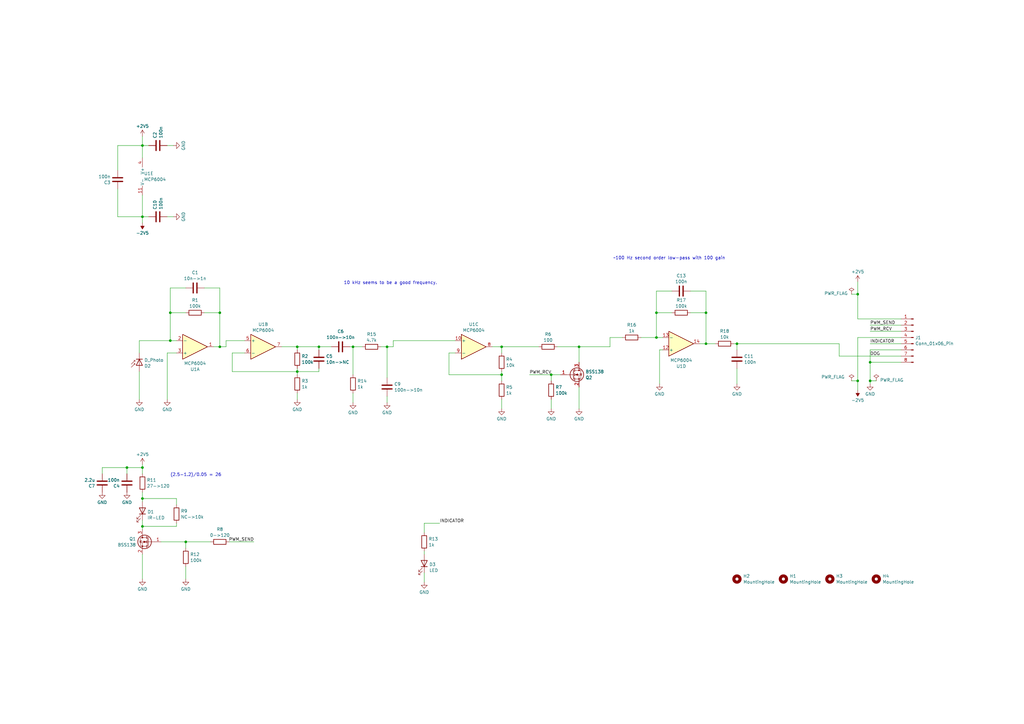
<source format=kicad_sch>
(kicad_sch (version 20230121) (generator eeschema)
  (paper "A3")
  (title_block (date "2023-10-19") (rev "A0"))
  (lib_symbols
    (symbol "Amplifier_Operational:MCP6004" (pin_names (offset 0.127))
      (property "Reference" "U" (at 0 5.08 0))
      (property "Value" "MCP6004" (at 0 -5.08 0))
      (symbol "MCP6004_1_1"
        (polyline (pts (xy -5.08 5.08) (xy 5.08 0) (xy -5.08 -5.08) (xy -5.08 5.08)) (stroke (width 0.254)) (fill (type background)))
        (pin output line (at 7.62 0 180) (length 2.54) (name "~") (number "1"))
        (pin input line (at -7.62 -2.54 0) (length 2.54) (name "-") (number "2"))
        (pin input line (at -7.62 2.54 0) (length 2.54) (name "+") (number "3"))
      )
      (symbol "MCP6004_2_1"
        (polyline (pts (xy -5.08 5.08) (xy 5.08 0) (xy -5.08 -5.08) (xy -5.08 5.08)) (stroke (width 0.254)) (fill (type background)))
        (pin input line (at -7.62 2.54 0) (length 2.54) (name "+") (number "5"))
        (pin input line (at -7.62 -2.54 0) (length 2.54) (name "-") (number "6"))
        (pin output line (at 7.62 0 180) (length 2.54) (name "~") (number "7"))
      )
      (symbol "MCP6004_3_1"
        (polyline (pts (xy -5.08 5.08) (xy 5.08 0) (xy -5.08 -5.08) (xy -5.08 5.08)) (stroke (width 0.254)) (fill (type background)))
        (pin input line (at -7.62 2.54 0) (length 2.54) (name "+") (number "10"))
        (pin output line (at 7.62 0 180) (length 2.54) (name "~") (number "8"))
        (pin input line (at -7.62 -2.54 0) (length 2.54) (name "-") (number "9"))
      )
      (symbol "MCP6004_4_1"
        (polyline (pts (xy -5.08 5.08) (xy 5.08 0) (xy -5.08 -5.08) (xy -5.08 5.08)) (stroke (width 0.254)) (fill (type background)))
        (pin input line (at -7.62 2.54 0) (length 2.54) (name "+") (number "12"))
        (pin input line (at -7.62 -2.54 0) (length 2.54) (name "-") (number "13"))
        (pin output line (at 7.62 0 180) (length 2.54) (name "~") (number "14"))
      )
      (symbol "MCP6004_5_1"
        (pin power_in line (at -2.54 -7.62 90) (length 3.81) (name "V-") (number "11"))
        (pin power_in line (at -2.54 7.62 270) (length 3.81) (name "V+") (number "4"))
      )
    )
    (symbol "Connector:Conn_01x08_Pin" (pin_names (offset 1.016) hide)
      (property "Reference" "J" (at 0 10.16 0))
      (property "Value" "Conn_01x08_Pin" (at 0 -12.7 0))
      (symbol "Conn_01x08_Pin_1_1"
        (polyline (pts (xy 1.27 -10.16) (xy 0.8636 -10.16)) (stroke (width 0.1524)))
        (polyline (pts (xy 1.27 -7.62) (xy 0.8636 -7.62)) (stroke (width 0.1524)))
        (polyline (pts (xy 1.27 -5.08) (xy 0.8636 -5.08)) (stroke (width 0.1524)))
        (polyline (pts (xy 1.27 -2.54) (xy 0.8636 -2.54)) (stroke (width 0.1524)))
        (polyline (pts (xy 1.27 0) (xy 0.8636 0)) (stroke (width 0.1524)))
        (polyline (pts (xy 1.27 2.54) (xy 0.8636 2.54)) (stroke (width 0.1524)))
        (polyline (pts (xy 1.27 5.08) (xy 0.8636 5.08)) (stroke (width 0.1524)))
        (polyline (pts (xy 1.27 7.62) (xy 0.8636 7.62)) (stroke (width 0.1524)))
        (rectangle (start 0.8636 -10.033) (end 0 -10.287) (stroke (width 0.1524)) (fill (type outline)))
        (rectangle (start 0.8636 -7.493) (end 0 -7.747) (stroke (width 0.1524)) (fill (type outline)))
        (rectangle (start 0.8636 -4.953) (end 0 -5.207) (stroke (width 0.1524)) (fill (type outline)))
        (rectangle (start 0.8636 -2.413) (end 0 -2.667) (stroke (width 0.1524)) (fill (type outline)))
        (rectangle (start 0.8636 0.127) (end 0 -0.127) (stroke (width 0.1524)) (fill (type outline)))
        (rectangle (start 0.8636 2.667) (end 0 2.413) (stroke (width 0.1524)) (fill (type outline)))
        (rectangle (start 0.8636 5.207) (end 0 4.953) (stroke (width 0.1524)) (fill (type outline)))
        (rectangle (start 0.8636 7.747) (end 0 7.493) (stroke (width 0.1524)) (fill (type outline)))
        (pin passive line (at 5.08 7.62 180) (length 3.81) (name "Pin_1") (number "1"))
        (pin passive line (at 5.08 5.08 180) (length 3.81) (name "Pin_2") (number "2"))
        (pin passive line (at 5.08 2.54 180) (length 3.81) (name "Pin_3") (number "3"))
        (pin passive line (at 5.08 0 180) (length 3.81) (name "Pin_4") (number "4"))
        (pin passive line (at 5.08 -2.54 180) (length 3.81) (name "Pin_5") (number "5"))
        (pin passive line (at 5.08 -5.08 180) (length 3.81) (name "Pin_6") (number "6"))
        (pin passive line (at 5.08 -7.62 180) (length 3.81) (name "Pin_7") (number "7"))
        (pin passive line (at 5.08 -10.16 180) (length 3.81) (name "Pin_8") (number "8"))
      )
    )
    (symbol "Device:C" (pin_numbers hide) (pin_names (offset 0.254))
      (property "Reference" "C" (at 0.635 2.54 0))
      (property "Value" "C" (at 0.635 -2.54 0))
      (symbol "C_0_1"
        (polyline (pts (xy -2.032 -0.762) (xy 2.032 -0.762)) (stroke (width 0.508)))
        (polyline (pts (xy -2.032 0.762) (xy 2.032 0.762)) (stroke (width 0.508)))
      )
      (symbol "C_1_1"
        (pin passive line (at 0 3.81 270) (length 2.794) (name "~") (number "1"))
        (pin passive line (at 0 -3.81 90) (length 2.794) (name "~") (number "2"))
      )
    )
    (symbol "Device:D_Photo" (pin_numbers hide) (pin_names hide)
      (property "Reference" "D" (at 0.508 1.778 0))
      (property "Value" "D_Photo" (at -1.016 -2.794 0))
      (symbol "D_Photo_0_1"
        (polyline (pts (xy -2.54 1.27) (xy -2.54 -1.27)) (stroke (width 0.254)))
        (polyline (pts (xy -2.032 1.778) (xy -1.524 1.778)))
        (polyline (pts (xy 0 0) (xy -2.54 0)))
        (polyline (pts (xy -0.508 3.302) (xy -2.032 1.778) (xy -2.032 2.286)))
        (polyline (pts (xy 0 -1.27) (xy 0 1.27) (xy -2.54 0) (xy 0 -1.27)) (stroke (width 0.254)))
        (polyline (pts (xy 0.762 3.302) (xy -0.762 1.778) (xy -0.762 2.286) (xy -0.762 1.778) (xy -0.254 1.778)))
      )
      (symbol "D_Photo_1_1"
        (pin passive line (at -5.08 0 0) (length 2.54) (name "K") (number "1"))
        (pin passive line (at 2.54 0 180) (length 2.54) (name "A") (number "2"))
      )
    )
    (symbol "Device:LED" (pin_numbers hide) (pin_names (offset 1.016) hide)
      (property "Reference" "D" (at 0 2.54 0))
      (property "Value" "LED" (at 0 -2.54 0))
      (symbol "LED_0_1"
        (polyline (pts (xy -1.27 -1.27) (xy -1.27 1.27)) (stroke (width 0.254)))
        (polyline (pts (xy -1.27 0) (xy 1.27 0)))
        (polyline (pts (xy 1.27 -1.27) (xy 1.27 1.27) (xy -1.27 0) (xy 1.27 -1.27)) (stroke (width 0.254)))
        (polyline (pts (xy -3.048 -0.762) (xy -4.572 -2.286) (xy -3.81 -2.286) (xy -4.572 -2.286) (xy -4.572 -1.524)))
        (polyline (pts (xy -1.778 -0.762) (xy -3.302 -2.286) (xy -2.54 -2.286) (xy -3.302 -2.286) (xy -3.302 -1.524)))
      )
      (symbol "LED_1_1"
        (pin passive line (at -3.81 0 0) (length 2.54) (name "K") (number "1"))
        (pin passive line (at 3.81 0 180) (length 2.54) (name "A") (number "2"))
      )
    )
    (symbol "Device:R" (pin_numbers hide) (pin_names (offset 0))
      (property "Reference" "R" (at 2.032 0 90))
      (property "Value" "R" (at 0 0 90))
      (symbol "R_0_1"
        (rectangle (start -1.016 -2.54) (end 1.016 2.54) (stroke (width 0.254)))
      )
      (symbol "R_1_1"
        (pin passive line (at 0 3.81 270) (length 1.27) (name "~") (number "1"))
        (pin passive line (at 0 -3.81 90) (length 1.27) (name "~") (number "2"))
      )
    )
    (symbol "Mechanical:MountingHole" (pin_names (offset 1.016))
      (property "Reference" "H" (at 0 5.08 0))
      (property "Value" "MountingHole" (at 0 3.175 0))
      (symbol "MountingHole_0_1"
        (circle (center 0 0) (radius 1.27) (stroke (width 1.27)))
      )
    )
    (symbol "Transistor_FET:BSS138" (pin_names hide)
      (property "Reference" "Q" (at 5.08 1.905 0))
      (property "Value" "BSS138" (at 5.08 0 0))
      (symbol "BSS138_0_1"
        (polyline (pts (xy 0.254 0) (xy -2.54 0)))
        (polyline (pts (xy 0.254 1.905) (xy 0.254 -1.905)) (stroke (width 0.254)))
        (polyline (pts (xy 0.762 -1.27) (xy 0.762 -2.286)) (stroke (width 0.254)))
        (polyline (pts (xy 0.762 0.508) (xy 0.762 -0.508)) (stroke (width 0.254)))
        (polyline (pts (xy 0.762 2.286) (xy 0.762 1.27)) (stroke (width 0.254)))
        (polyline (pts (xy 2.54 2.54) (xy 2.54 1.778)))
        (polyline (pts (xy 2.54 -2.54) (xy 2.54 0) (xy 0.762 0)))
        (polyline (pts (xy 0.762 -1.778) (xy 3.302 -1.778) (xy 3.302 1.778) (xy 0.762 1.778)))
        (polyline (pts (xy 1.016 0) (xy 2.032 0.381) (xy 2.032 -0.381) (xy 1.016 0)) (fill (type outline)))
        (polyline (pts (xy 2.794 0.508) (xy 2.921 0.381) (xy 3.683 0.381) (xy 3.81 0.254)))
        (polyline (pts (xy 3.302 0.381) (xy 2.921 -0.254) (xy 3.683 -0.254) (xy 3.302 0.381)))
        (circle (center 1.651 0) (radius 2.794) (stroke (width 0.254)))
        (circle (center 2.54 -1.778) (radius 0.254) (fill (type outline)))
        (circle (center 2.54 1.778) (radius 0.254) (fill (type outline)))
      )
      (symbol "BSS138_1_1"
        (pin input line (at -5.08 0 0) (length 2.54) (name "G") (number "1"))
        (pin passive line (at 2.54 -5.08 90) (length 2.54) (name "S") (number "2"))
        (pin passive line (at 2.54 5.08 270) (length 2.54) (name "D") (number "3"))
      )
    )
    (symbol "power:+2V5" (power) (pin_names (offset 0))
      (property "Value" "+2V5" (at 0 3.556 0))
      (symbol "+2V5_0_1"
        (polyline (pts (xy -0.762 1.27) (xy 0 2.54)))
        (polyline (pts (xy 0 0) (xy 0 2.54)))
        (polyline (pts (xy 0 2.54) (xy 0.762 1.27)))
      )
      (symbol "+2V5_1_1"
        (pin power_in line (at 0 0 90) (length 0) hide (name "+2V5") (number "1"))
      )
    )
    (symbol "power:-2V5" (power) (pin_names (offset 0))
      (property "Value" "-2V5" (at 0 3.81 0))
      (symbol "-2V5_0_0"
        (pin power_in line (at 0 0 90) (length 0) hide (name "-2V5") (number "1"))
      )
      (symbol "-2V5_0_1"
        (polyline (pts (xy 0 0) (xy 0 1.27) (xy 0.762 1.27) (xy 0 2.54) (xy -0.762 1.27) (xy 0 1.27)) (fill (type outline)))
      )
    )
    (symbol "power:GND" (power) (pin_names (offset 0))
      (property "Value" "GND" (at 0 -3.81 0))
      (symbol "GND_0_1"
        (polyline (pts (xy 0 0) (xy 0 -1.27) (xy 1.27 -1.27) (xy 0 -2.54) (xy -1.27 -1.27) (xy 0 -1.27)))
      )
      (symbol "GND_1_1"
        (pin power_in line (at 0 0 270) (length 0) hide (name "GND") (number "1"))
      )
    )
    (symbol "power:PWR_FLAG" (power) (pin_numbers hide) (pin_names (offset 0) hide)
      (property "Value" "PWR_FLAG" (at 0 3.81 0))
      (symbol "PWR_FLAG_0_0"
        (pin power_out line (at 0 0 90) (length 0) (name "pwr") (number "1"))
      )
      (symbol "PWR_FLAG_0_1"
        (polyline (pts (xy 0 0) (xy 0 1.27) (xy -1.016 1.905) (xy 0 2.54) (xy 1.016 1.905) (xy 0 1.27)))
      )
    )
  )
  (junction (at 90.17 128.27))
  (junction (at 226.06 153.67))
  (junction (at 302.26 140.97))
  (junction (at 58.42 88.9))
  (junction (at 69.85 139.7))
  (junction (at 52.07 191.77))
  (junction (at 58.42 59.69))
  (junction (at 237.49 142.24))
  (junction (at 130.81 142.24))
  (junction (at 205.74 153.67))
  (junction (at 351.79 156.21))
  (junction (at 90.17 142.24))
  (junction (at 121.92 152.4))
  (junction (at 356.87 156.21))
  (junction (at 58.42 215.9))
  (junction (at 289.56 128.27))
  (junction (at 58.42 204.47))
  (junction (at 351.79 120.65))
  (junction (at 69.85 128.27))
  (junction (at 144.78 142.24))
  (junction (at 205.74 142.24))
  (junction (at 269.24 138.43))
  (junction (at 356.87 148.59))
  (junction (at 158.75 142.24))
  (junction (at 121.92 142.24))
  (junction (at 269.24 128.27))
  (junction (at 58.42 191.77))
  (junction (at 289.56 140.97))
  (junction (at 76.2 222.25))
  (wire (pts (xy 344.17 140.97) (xy 344.17 146.05)))
  (wire (pts (xy 58.42 205.74) (xy 58.42 204.47)))
  (wire (pts (xy 92.71 139.7) (xy 100.33 139.7)))
  (wire (pts (xy 237.49 158.75) (xy 237.49 167.64)))
  (wire (pts (xy 58.42 55.88) (xy 58.42 59.69)))
  (wire (pts (xy 68.58 59.69) (xy 71.12 59.69)))
  (wire (pts (xy 90.17 128.27) (xy 90.17 142.24)))
  (wire (pts (xy 83.82 128.27) (xy 90.17 128.27)))
  (wire (pts (xy 158.75 162.56) (xy 158.75 165.1)))
  (wire (pts (xy 205.74 153.67) (xy 205.74 156.21)))
  (wire (pts (xy 205.74 142.24) (xy 220.98 142.24)))
  (wire (pts (xy 186.69 144.78) (xy 184.15 144.78)))
  (wire (pts (xy 349.25 120.65) (xy 351.79 120.65)))
  (wire (pts (xy 289.56 119.38) (xy 289.56 128.27)))
  (wire (pts (xy 95.25 152.4) (xy 121.92 152.4)))
  (wire (pts (xy 369.57 143.51) (xy 356.87 143.51)))
  (wire (pts (xy 69.85 139.7) (xy 69.85 128.27)))
  (wire (pts (xy 173.99 226.06) (xy 173.99 227.33)))
  (wire (pts (xy 121.92 151.13) (xy 121.92 152.4)))
  (wire (pts (xy 250.19 142.24) (xy 250.19 138.43)))
  (wire (pts (xy 158.75 142.24) (xy 158.75 154.94)))
  (wire (pts (xy 161.29 139.7) (xy 161.29 142.24)))
  (wire (pts (xy 76.2 222.25) (xy 76.2 224.79)))
  (wire (pts (xy 90.17 142.24) (xy 87.63 142.24)))
  (wire (pts (xy 130.81 142.24) (xy 130.81 143.51)))
  (wire (pts (xy 58.42 59.69) (xy 60.96 59.69)))
  (wire (pts (xy 72.39 204.47) (xy 72.39 207.01)))
  (wire (pts (xy 57.15 144.78) (xy 57.15 139.7)))
  (wire (pts (xy 226.06 163.83) (xy 226.06 167.64)))
  (wire (pts (xy 269.24 138.43) (xy 271.78 138.43)))
  (wire (pts (xy 369.57 146.05) (xy 344.17 146.05)))
  (wire (pts (xy 69.85 128.27) (xy 76.2 128.27)))
  (wire (pts (xy 237.49 142.24) (xy 237.49 148.59)))
  (wire (pts (xy 148.59 142.24) (xy 144.78 142.24)))
  (wire (pts (xy 201.93 142.24) (xy 205.74 142.24)))
  (wire (pts (xy 289.56 128.27) (xy 289.56 140.97)))
  (wire (pts (xy 226.06 153.67) (xy 229.87 153.67)))
  (wire (pts (xy 351.79 138.43) (xy 369.57 138.43)))
  (wire (pts (xy 58.42 227.33) (xy 58.42 237.49)))
  (wire (pts (xy 57.15 139.7) (xy 69.85 139.7)))
  (wire (pts (xy 351.79 115.57) (xy 351.79 120.65)))
  (wire (pts (xy 66.04 222.25) (xy 76.2 222.25)))
  (wire (pts (xy 121.92 163.83) (xy 121.92 161.29)))
  (wire (pts (xy 173.99 234.95) (xy 173.99 238.76)))
  (wire (pts (xy 90.17 118.11) (xy 90.17 128.27)))
  (wire (pts (xy 228.6 142.24) (xy 237.49 142.24)))
  (wire (pts (xy 289.56 140.97) (xy 287.02 140.97)))
  (wire (pts (xy 68.58 88.9) (xy 71.12 88.9)))
  (wire (pts (xy 351.79 138.43) (xy 351.79 156.21)))
  (wire (pts (xy 57.15 152.4) (xy 57.15 163.83)))
  (wire (pts (xy 90.17 142.24) (xy 92.71 142.24)))
  (wire (pts (xy 269.24 128.27) (xy 269.24 138.43)))
  (wire (pts (xy 121.92 152.4) (xy 130.81 152.4)))
  (wire (pts (xy 52.07 191.77) (xy 41.91 191.77)))
  (wire (pts (xy 121.92 142.24) (xy 130.81 142.24)))
  (wire (pts (xy 121.92 142.24) (xy 121.92 143.51)))
  (wire (pts (xy 269.24 128.27) (xy 275.59 128.27)))
  (wire (pts (xy 41.91 191.77) (xy 41.91 194.31)))
  (wire (pts (xy 262.89 138.43) (xy 269.24 138.43)))
  (wire (pts (xy 48.26 59.69) (xy 48.26 69.85)))
  (wire (pts (xy 58.42 59.69) (xy 58.42 64.77)))
  (wire (pts (xy 356.87 143.51) (xy 356.87 148.59)))
  (wire (pts (xy 48.26 77.47) (xy 48.26 88.9)))
  (wire (pts (xy 351.79 156.21) (xy 351.79 160.02)))
  (wire (pts (xy 95.25 144.78) (xy 95.25 152.4)))
  (wire (pts (xy 271.78 143.51) (xy 270.51 143.51)))
  (wire (pts (xy 76.2 232.41) (xy 76.2 237.49)))
  (wire (pts (xy 161.29 139.7) (xy 186.69 139.7)))
  (wire (pts (xy 205.74 142.24) (xy 205.74 144.78)))
  (wire (pts (xy 270.51 143.51) (xy 270.51 157.48)))
  (wire (pts (xy 48.26 88.9) (xy 58.42 88.9)))
  (wire (pts (xy 144.78 161.29) (xy 144.78 165.1)))
  (wire (pts (xy 283.21 128.27) (xy 289.56 128.27)))
  (wire (pts (xy 205.74 163.83) (xy 205.74 167.64)))
  (wire (pts (xy 356.87 156.21) (xy 356.87 148.59)))
  (wire (pts (xy 269.24 119.38) (xy 269.24 128.27)))
  (wire (pts (xy 158.75 142.24) (xy 161.29 142.24)))
  (wire (pts (xy 58.42 91.44) (xy 58.42 88.9)))
  (wire (pts (xy 58.42 191.77) (xy 58.42 194.31)))
  (wire (pts (xy 302.26 140.97) (xy 344.17 140.97)))
  (wire (pts (xy 143.51 142.24) (xy 144.78 142.24)))
  (wire (pts (xy 58.42 215.9) (xy 58.42 217.17)))
  (wire (pts (xy 72.39 215.9) (xy 72.39 214.63)))
  (wire (pts (xy 349.25 156.21) (xy 351.79 156.21)))
  (wire (pts (xy 351.79 120.65) (xy 351.79 130.81)))
  (wire (pts (xy 58.42 215.9) (xy 72.39 215.9)))
  (wire (pts (xy 205.74 152.4) (xy 205.74 153.67)))
  (wire (pts (xy 356.87 157.48) (xy 356.87 156.21)))
  (wire (pts (xy 226.06 153.67) (xy 226.06 156.21)))
  (wire (pts (xy 52.07 194.31) (xy 52.07 191.77)))
  (wire (pts (xy 356.87 135.89) (xy 369.57 135.89)))
  (wire (pts (xy 68.58 144.78) (xy 68.58 163.83)))
  (wire (pts (xy 72.39 144.78) (xy 68.58 144.78)))
  (wire (pts (xy 144.78 142.24) (xy 144.78 153.67)))
  (wire (pts (xy 130.81 151.13) (xy 130.81 152.4)))
  (wire (pts (xy 269.24 119.38) (xy 275.59 119.38)))
  (wire (pts (xy 250.19 138.43) (xy 255.27 138.43)))
  (wire (pts (xy 69.85 118.11) (xy 76.2 118.11)))
  (wire (pts (xy 156.21 142.24) (xy 158.75 142.24)))
  (wire (pts (xy 52.07 191.77) (xy 58.42 191.77)))
  (wire (pts (xy 58.42 204.47) (xy 72.39 204.47)))
  (wire (pts (xy 302.26 140.97) (xy 302.26 143.51)))
  (wire (pts (xy 289.56 140.97) (xy 293.37 140.97)))
  (wire (pts (xy 60.96 88.9) (xy 58.42 88.9)))
  (wire (pts (xy 184.15 144.78) (xy 184.15 153.67)))
  (wire (pts (xy 69.85 139.7) (xy 72.39 139.7)))
  (wire (pts (xy 180.34 214.63) (xy 173.99 214.63)))
  (wire (pts (xy 356.87 140.97) (xy 369.57 140.97)))
  (wire (pts (xy 100.33 144.78) (xy 95.25 144.78)))
  (wire (pts (xy 300.99 140.97) (xy 302.26 140.97)))
  (wire (pts (xy 369.57 133.35) (xy 356.87 133.35)))
  (wire (pts (xy 76.2 222.25) (xy 86.36 222.25)))
  (wire (pts (xy 173.99 214.63) (xy 173.99 218.44)))
  (wire (pts (xy 58.42 88.9) (xy 58.42 80.01)))
  (wire (pts (xy 69.85 128.27) (xy 69.85 118.11)))
  (wire (pts (xy 92.71 139.7) (xy 92.71 142.24)))
  (wire (pts (xy 58.42 213.36) (xy 58.42 215.9)))
  (wire (pts (xy 356.87 148.59) (xy 369.57 148.59)))
  (wire (pts (xy 93.98 222.25) (xy 104.14 222.25)))
  (wire (pts (xy 369.57 130.81) (xy 351.79 130.81)))
  (wire (pts (xy 250.19 142.24) (xy 237.49 142.24)))
  (wire (pts (xy 184.15 153.67) (xy 205.74 153.67)))
  (wire (pts (xy 58.42 59.69) (xy 48.26 59.69)))
  (wire (pts (xy 121.92 152.4) (xy 121.92 153.67)))
  (wire (pts (xy 283.21 119.38) (xy 289.56 119.38)))
  (wire (pts (xy 58.42 190.5) (xy 58.42 191.77)))
  (wire (pts (xy 217.17 153.67) (xy 226.06 153.67)))
  (wire (pts (xy 302.26 151.13) (xy 302.26 157.48)))
  (wire (pts (xy 356.87 156.21) (xy 359.41 156.21)))
  (wire (pts (xy 130.81 142.24) (xy 135.89 142.24)))
  (wire (pts (xy 58.42 204.47) (xy 58.42 201.93)))
  (wire (pts (xy 115.57 142.24) (xy 121.92 142.24)))
  (wire (pts (xy 83.82 118.11) (xy 90.17 118.11)))
  (text "(2.5-1.2)/0.05 = 26" (at 69.85 195.58 0) (effects (font (size 1.27 1.27)) (justify left bottom)))
  (text "10 kHz seems to be a good frequency. \n" (at 140.97 116.84 0) (effects (font (size 1.27 1.27)) (justify left bottom)))
  (text "~100 Hz second order low-pass with 100 gain" (at 251.46 106.68 0) (effects (font (size 1.27 1.27)) (justify left bottom)))
  (label "PWM_RCV" (at 217.17 153.67 0))
  (label "INDICATOR" (at 356.87 140.97 0))
  (label "PWM_SEND" (at 104.14 222.25 180))
  (label "INDICATOR" (at 180.34 214.63 0))
  (label "DOG" (at 356.87 146.05 0))
  (label "PWM_RCV" (at 356.87 135.89 0))
  (label "PWM_SEND" (at 356.87 133.35 0))
  (symbol (lib_id "Connector:Conn_01x08_Pin") (at 374.65 138.43 0) (mirror y) (unit 1)
    (property "Reference" "J1" (at 375.3612 138.4879 0) (effects (justify right)))
    (property "Value" "Conn_01x06_Pin" (at 375.3612 140.9121 0) (effects (justify right)))
    (property "Footprint" "Connector_JST:JST_SUR_BM08B-SURS-TF_1x08-1MP_P0.80mm_Vertical" (effects hide))
    (property "MPN" "BM08B-SURS-TF(LF)(SN)" (effects hide))
    (property "SPN" "C5143489" (effects hide))
  )
  (symbol (lib_id "Device:R") (at 58.42 198.12 180) (unit 1)
    (property "Reference" "R11" (at 60.198 196.9079 0) (effects (justify right)))
    (property "Value" "27->120" (at 60.198 199.3321 0) (effects (justify right)))
    (property "Footprint" "Resistor_SMD:R_0402_1005Metric" (effects hide))
    (property "MPN" "RC0402JR-0727RL" (effects hide))
    (property "SPN" "C137890" (effects hide))
  )
  (symbol (lib_id "power:GND") (at 121.92 163.83 0) (mirror y) (unit 1)
    (property "Reference" "#PWR03" (effects hide))
    (property "Value" "GND" (at 121.92 167.9631 0))
  )
  (symbol (lib_id "power:+2V5") (at 351.79 115.57 0) (unit 1)
    (property "Reference" "#PWR010" (effects hide))
    (property "Value" "+2V5" (at 351.79 111.4369 0))
  )
  (symbol (lib_id "power:GND") (at 270.51 157.48 0) (unit 1)
    (property "Reference" "#PWR025" (effects hide))
    (property "Value" "GND" (at 270.51 161.6131 0))
  )
  (symbol (lib_id "Amplifier_Operational:MCP6004") (at 60.96 72.39 0) (unit 5)
    (property "Reference" "U1" (at 59.055 71.1779 0) (effects (justify left)))
    (property "Value" "MCP6004" (at 59.055 73.6021 0) (effects (justify left)))
    (property "Footprint" "Package_SO:SOIC-14_3.9x8.7mm_P1.27mm" (effects hide))
    (property "Datasheet" "http://ww1.microchip.com/downloads/en/DeviceDoc/21733j.pdf" (effects hide))
    (property "MPN" "MCP6004T-I/SL" (effects hide))
    (property "SPN" "C7378" (effects hide))
  )
  (symbol (lib_id "power:+2V5") (at 58.42 55.88 0) (unit 1)
    (property "Reference" "#PWR05" (effects hide))
    (property "Value" "+2V5" (at 58.42 51.7469 0))
  )
  (symbol (lib_id "Transistor_FET:BSS138") (at 60.96 222.25 0) (mirror y) (unit 1)
    (property "Reference" "Q1" (at 55.7531 221.0379 0) (effects (justify left)))
    (property "Value" "BSS138" (at 55.7531 223.4621 0) (effects (justify left)))
    (property "Footprint" "Package_TO_SOT_SMD:SOT-23" (effects hide))
    (property "Datasheet" "https://www.onsemi.com/pub/Collateral/BSS138-D.PDF" (effects hide))
    (property "MPN" "4530-BSS138CT-ND" (effects hide))
    (property "SPN" "C112239" (effects hide))
  )
  (symbol (lib_id "Device:C") (at 41.91 198.12 0) (unit 1)
    (property "Reference" "C7" (at 38.989 199.3321 0) (effects (justify right)))
    (property "Value" "2.2u" (at 38.989 196.9079 0) (effects (justify right)))
    (property "Footprint" "Capacitor_SMD:C_0402_1005Metric" (effects hide))
    (property "MPN" "CL05A225MQ5NSNC" (effects hide))
    (property "SPN" "C12530" (effects hide))
  )
  (symbol (lib_id "Device:R") (at 121.92 157.48 180) (unit 1)
    (property "Reference" "R3" (at 123.698 156.2679 0) (effects (justify right)))
    (property "Value" "1k" (at 123.698 158.6921 0) (effects (justify right)))
    (property "Footprint" "Resistor_SMD:R_0402_1005Metric" (effects hide))
    (property "MPN" "RC0402FR-071KL" (effects hide))
    (property "SPN" "C2935237" (effects hide))
  )
  (symbol (lib_id "Mechanical:MountingHole") (at 302.26 237.49 0) (unit 1)
    (property "Reference" "H2" (at 304.8 236.2779 0) (effects (justify left)))
    (property "Value" "MountingHole" (at 304.8 238.7021 0) (effects (justify left)))
    (property "Footprint" "MountingHole:MountingHole_2.5mm" (effects hide))
  )
  (symbol (lib_id "power:GND") (at 52.07 201.93 0) (unit 1)
    (property "Reference" "#PWR016" (effects hide))
    (property "Value" "GND" (at 52.07 206.0631 0))
  )
  (symbol (lib_id "Device:C") (at 64.77 88.9 270) (unit 1)
    (property "Reference" "C10" (at 63.5579 85.979 0) (effects (justify right)))
    (property "Value" "100n" (at 65.9821 85.979 0) (effects (justify right)))
    (property "Footprint" "Capacitor_SMD:C_0402_1005Metric" (effects hide))
    (property "MPN" "CC0402KRX5R9BB104" (effects hide))
    (property "SPN" "C105882" (effects hide))
  )
  (symbol (lib_id "Device:C") (at 279.4 119.38 270) (unit 1)
    (property "Reference" "C13" (at 279.4 113.0767 90))
    (property "Value" "100n" (at 279.4 115.5009 90))
    (property "Footprint" "Capacitor_SMD:C_0402_1005Metric" (effects hide))
    (property "MPN" "CC0402KRX5R9BB104" (effects hide))
    (property "SPN" "C105882" (effects hide))
  )
  (symbol (lib_id "power:+2V5") (at 58.42 190.5 0) (unit 1)
    (property "Reference" "#PWR09" (effects hide))
    (property "Value" "+2V5" (at 58.42 186.3669 0))
  )
  (symbol (lib_id "Amplifier_Operational:MCP6004") (at 80.01 142.24 0) (mirror x) (unit 1)
    (property "Reference" "U1" (at 80.01 151.4643 0))
    (property "Value" "MCP6004" (at 80.01 149.0401 0))
    (property "Footprint" "Package_SO:SOIC-14_3.9x8.7mm_P1.27mm" (effects hide))
    (property "Datasheet" "http://ww1.microchip.com/downloads/en/DeviceDoc/21733j.pdf" (effects hide))
    (property "MPN" "MCP6004T-I/SL" (effects hide))
    (property "SPN" "C7378" (effects hide))
  )
  (symbol (lib_id "Device:C") (at 302.26 147.32 0) (unit 1)
    (property "Reference" "C11" (at 305.181 146.1079 0) (effects (justify left)))
    (property "Value" "100n" (at 305.181 148.5321 0) (effects (justify left)))
    (property "Footprint" "Capacitor_SMD:C_0402_1005Metric" (effects hide))
    (property "MPN" "CC0402KRX5R9BB104" (effects hide))
    (property "SPN" "C105882" (effects hide))
  )
  (symbol (lib_id "Device:C") (at 158.75 158.75 0) (unit 1)
    (property "Reference" "C9" (at 161.671 157.5379 0) (effects (justify left)))
    (property "Value" "100n->10n" (at 161.671 159.9621 0) (effects (justify left)))
    (property "Footprint" "Capacitor_SMD:C_0402_1005Metric" (effects hide))
    (property "MPN" "CC0402KRX5R9BB104" (effects hide))
    (property "SPN" "C105882" (effects hide))
  )
  (symbol (lib_id "Device:R") (at 259.08 138.43 270) (unit 1)
    (property "Reference" "R16" (at 259.08 133.2697 90))
    (property "Value" "1k" (at 259.08 135.6939 90))
    (property "Footprint" "Resistor_SMD:R_0402_1005Metric" (effects hide))
    (property "MPN" "RC0402FR-071KL" (effects hide))
    (property "SPN" "C2935237" (effects hide))
  )
  (symbol (lib_id "power:GND") (at 71.12 88.9 90) (unit 1)
    (property "Reference" "#PWR06" (effects hide))
    (property "Value" "GND" (at 75.2531 88.9 0))
  )
  (symbol (lib_id "Device:C") (at 52.07 198.12 0) (unit 1)
    (property "Reference" "C4" (at 49.149 199.3321 0) (effects (justify right)))
    (property "Value" "100n" (at 49.149 196.9079 0) (effects (justify right)))
    (property "Footprint" "Capacitor_SMD:C_0402_1005Metric" (effects hide))
    (property "MPN" "CC0402KRX5R9BB104" (effects hide))
    (property "SPN" "C105882" (effects hide))
  )
  (symbol (lib_id "Device:R") (at 152.4 142.24 90) (unit 1)
    (property "Reference" "R15" (at 152.4 137.0797 90))
    (property "Value" "4.7k" (at 152.4 139.5039 90))
    (property "Footprint" "Resistor_SMD:R_0402_1005Metric" (effects hide))
    (property "MPN" "RC0402FR-074K7L" (effects hide))
    (property "SPN" "C105871" (effects hide))
  )
  (symbol (lib_id "Device:R") (at 72.39 210.82 180) (unit 1)
    (property "Reference" "R9" (at 74.168 209.6079 0) (effects (justify right)))
    (property "Value" "NC->10k" (at 74.168 212.0321 0) (effects (justify right)))
    (property "Footprint" "Resistor_SMD:R_0402_1005Metric" (effects hide))
    (property "MPN" "RC0402FR-07100KL" (effects hide))
    (property "SPN" "C60491" (effects hide))
  )
  (symbol (lib_id "Device:R") (at 297.18 140.97 270) (unit 1)
    (property "Reference" "R18" (at 297.18 135.8097 90))
    (property "Value" "10k" (at 297.18 138.2339 90))
    (property "Footprint" "Resistor_SMD:R_0402_1005Metric" (effects hide))
    (property "MPN" "RC0402FR-0710KL" (effects hide))
    (property "SPN" "C60490" (effects hide))
  )
  (symbol (lib_id "power:GND") (at 237.49 167.64 0) (unit 1)
    (property "Reference" "#PWR08" (effects hide))
    (property "Value" "GND" (at 237.49 171.7731 0))
  )
  (symbol (lib_id "power:PWR_FLAG") (at 349.25 156.21 0) (unit 1)
    (property "Reference" "#FLG02" (effects hide))
    (property "Value" "PWR_FLAG" (at 341.63 154.6169 0))
  )
  (symbol (lib_id "Device:LED") (at 58.42 209.55 270) (mirror x) (unit 1)
    (property "Reference" "D1" (at 60.452 209.9254 90) (effects (justify left)))
    (property "Value" "IR-LED" (at 60.452 212.3496 90) (effects (justify left)))
    (property "Footprint" "LED_SMD:LED_1210_3225Metric" (effects hide))
    (property "MPN" "VSLY5940" (effects hide))
  )
  (symbol (lib_id "power:GND") (at 144.78 165.1 0) (mirror y) (unit 1)
    (property "Reference" "#PWR014" (effects hide))
    (property "Value" "GND" (at 144.78 169.2331 0))
  )
  (symbol (lib_id "Device:R") (at 90.17 222.25 270) (unit 1)
    (property "Reference" "R8" (at 90.17 217.0897 90))
    (property "Value" "0->120" (at 90.17 219.5139 90))
    (property "Footprint" "Resistor_SMD:R_0402_1005Metric" (effects hide))
    (property "MPN" "RC0402JR-0727RL" (effects hide))
    (property "SPN" "C137890" (effects hide))
  )
  (symbol (lib_id "Amplifier_Operational:MCP6004") (at 279.4 140.97 0) (mirror x) (unit 4)
    (property "Reference" "U1" (at 279.4 150.1943 0))
    (property "Value" "MCP6004" (at 279.4 147.7701 0))
    (property "Footprint" "Package_SO:SOIC-14_3.9x8.7mm_P1.27mm" (effects hide))
    (property "Datasheet" "http://ww1.microchip.com/downloads/en/DeviceDoc/21733j.pdf" (effects hide))
    (property "MPN" "MCP6004T-I/SL" (effects hide))
    (property "SPN" "C7378" (effects hide))
  )
  (symbol (lib_id "Transistor_FET:BSS138") (at 234.95 153.67 0) (unit 1)
    (property "Reference" "Q2" (at 240.157 154.8821 0) (effects (justify left)))
    (property "Value" "BSS138" (at 240.157 152.4579 0) (effects (justify left)))
    (property "Footprint" "Package_TO_SOT_SMD:SOT-23" (effects hide))
    (property "Datasheet" "https://www.onsemi.com/pub/Collateral/BSS138-D.PDF" (effects hide))
    (property "MPN" "4530-BSS138CT-ND" (effects hide))
    (property "SPN" "C112239" (effects hide))
  )
  (symbol (lib_id "Device:R") (at 80.01 128.27 90) (unit 1)
    (property "Reference" "R1" (at 80.01 123.1097 90))
    (property "Value" "100k" (at 80.01 125.5339 90))
    (property "Footprint" "Resistor_SMD:R_0402_1005Metric" (effects hide))
    (property "MPN" "RC0402FR-07100KL" (effects hide))
    (property "SPN" "C60491" (effects hide))
  )
  (symbol (lib_id "Amplifier_Operational:MCP6004") (at 194.31 142.24 0) (unit 3)
    (property "Reference" "U1" (at 194.31 133.0157 0))
    (property "Value" "MCP6004" (at 194.31 135.4399 0))
    (property "Footprint" "Package_SO:SOIC-14_3.9x8.7mm_P1.27mm" (effects hide))
    (property "Datasheet" "http://ww1.microchip.com/downloads/en/DeviceDoc/21733j.pdf" (effects hide))
    (property "MPN" "MCP6004T-I/SL" (effects hide))
    (property "SPN" "C7378" (effects hide))
  )
  (symbol (lib_id "Device:R") (at 224.79 142.24 270) (unit 1)
    (property "Reference" "R6" (at 224.79 137.0797 90))
    (property "Value" "100" (at 224.79 139.5039 90))
    (property "Footprint" "Resistor_SMD:R_0402_1005Metric" (effects hide))
    (property "MPN" "RC0402FR-07100RL" (effects hide))
    (property "SPN" "C106232" (effects hide))
  )
  (symbol (lib_id "Device:C") (at 64.77 59.69 270) (unit 1)
    (property "Reference" "C2" (at 63.5579 56.769 0) (effects (justify right)))
    (property "Value" "100n" (at 65.9821 56.769 0) (effects (justify right)))
    (property "Footprint" "Capacitor_SMD:C_0402_1005Metric" (effects hide))
    (property "MPN" "CC0402KRX5R9BB104" (effects hide))
    (property "SPN" "C105882" (effects hide))
  )
  (symbol (lib_id "Device:R") (at 144.78 157.48 0) (unit 1)
    (property "Reference" "R14" (at 146.558 156.2679 0) (effects (justify left)))
    (property "Value" "1k" (at 146.558 158.6921 0) (effects (justify left)))
    (property "Footprint" "Resistor_SMD:R_0402_1005Metric" (effects hide))
    (property "MPN" "RC0402FR-071KL" (effects hide))
    (property "SPN" "C2935237" (effects hide))
  )
  (symbol (lib_id "Device:C") (at 130.81 147.32 180) (unit 1)
    (property "Reference" "C5" (at 133.731 146.1079 0) (effects (justify right)))
    (property "Value" "10n->NC" (at 133.731 148.5321 0) (effects (justify right)))
    (property "Footprint" "Capacitor_SMD:C_0402_1005Metric" (effects hide))
    (property "MPN" "CC0402KRX7R9BB103" (effects hide))
    (property "SPN" "C60133" (effects hide))
  )
  (symbol (lib_id "power:GND") (at 226.06 167.64 0) (unit 1)
    (property "Reference" "#PWR012" (effects hide))
    (property "Value" "GND" (at 226.06 171.7731 0))
  )
  (symbol (lib_id "power:GND") (at 68.58 163.83 0) (unit 1)
    (property "Reference" "#PWR02" (effects hide))
    (property "Value" "GND" (at 68.58 167.9631 0))
  )
  (symbol (lib_id "Mechanical:MountingHole") (at 321.31 237.49 0) (unit 1)
    (property "Reference" "H1" (at 323.85 236.2779 0) (effects (justify left)))
    (property "Value" "MountingHole" (at 323.85 238.7021 0) (effects (justify left)))
    (property "Footprint" "MountingHole:MountingHole_2.5mm" (effects hide))
  )
  (symbol (lib_id "power:PWR_FLAG") (at 359.41 156.21 0) (unit 1)
    (property "Reference" "#FLG01" (effects hide))
    (property "Value" "PWR_FLAG" (at 365.76 155.8869 0))
  )
  (symbol (lib_id "Device:R") (at 173.99 222.25 180) (unit 1)
    (property "Reference" "R13" (at 175.768 221.0379 0) (effects (justify right)))
    (property "Value" "1k" (at 175.768 223.4621 0) (effects (justify right)))
    (property "Footprint" "Resistor_SMD:R_0402_1005Metric" (effects hide))
    (property "MPN" "RC0402FR-071KL" (effects hide))
    (property "SPN" "C2935237" (effects hide))
  )
  (symbol (lib_id "Device:R") (at 279.4 128.27 270) (unit 1)
    (property "Reference" "R17" (at 279.4 123.1097 90))
    (property "Value" "100k" (at 279.4 125.5339 90))
    (property "Footprint" "Resistor_SMD:R_0402_1005Metric" (effects hide))
    (property "MPN" "RC0402FR-07100KL" (effects hide))
    (property "SPN" "C60491" (effects hide))
  )
  (symbol (lib_id "Amplifier_Operational:MCP6004") (at 107.95 142.24 0) (unit 2)
    (property "Reference" "U1" (at 107.95 133.0157 0))
    (property "Value" "MCP6004" (at 107.95 135.4399 0))
    (property "Footprint" "Package_SO:SOIC-14_3.9x8.7mm_P1.27mm" (effects hide))
    (property "Datasheet" "http://ww1.microchip.com/downloads/en/DeviceDoc/21733j.pdf" (effects hide))
    (property "MPN" "MCP6004T-I/SL" (effects hide))
    (property "SPN" "C7378" (effects hide))
  )
  (symbol (lib_id "power:GND") (at 71.12 59.69 90) (unit 1)
    (property "Reference" "#PWR07" (effects hide))
    (property "Value" "GND" (at 75.2531 59.69 0))
  )
  (symbol (lib_id "power:GND") (at 58.42 237.49 0) (unit 1)
    (property "Reference" "#PWR018" (effects hide))
    (property "Value" "GND" (at 58.42 241.6231 0))
  )
  (symbol (lib_id "Device:C") (at 80.01 118.11 90) (unit 1)
    (property "Reference" "C1" (at 80.01 111.8067 90))
    (property "Value" "10n->1n" (at 80.01 114.2309 90))
    (property "Footprint" "Capacitor_SMD:C_0402_1005Metric" (effects hide))
    (property "MPN" "CC0402KRX7R9BB103" (effects hide))
    (property "SPN" "C60133" (effects hide))
  )
  (symbol (lib_id "power:GND") (at 76.2 237.49 0) (unit 1)
    (property "Reference" "#PWR020" (effects hide))
    (property "Value" "GND" (at 76.2 241.6231 0))
  )
  (symbol (lib_id "power:-2V5") (at 351.79 160.02 180) (unit 1)
    (property "Reference" "#PWR011" (effects hide))
    (property "Value" "-2V5" (at 351.79 164.1531 0))
  )
  (symbol (lib_id "power:GND") (at 205.74 167.64 0) (mirror y) (unit 1)
    (property "Reference" "#PWR04" (effects hide))
    (property "Value" "GND" (at 205.74 171.7731 0))
  )
  (symbol (lib_id "power:GND") (at 356.87 157.48 0) (unit 1)
    (property "Reference" "#PWR015" (effects hide))
    (property "Value" "GND" (at 356.87 161.6131 0))
  )
  (symbol (lib_id "Device:R") (at 205.74 160.02 0) (unit 1)
    (property "Reference" "R5" (at 207.518 158.8079 0) (effects (justify left)))
    (property "Value" "1k" (at 207.518 161.2321 0) (effects (justify left)))
    (property "Footprint" "Resistor_SMD:R_0402_1005Metric" (effects hide))
    (property "MPN" "RC0402FR-071KL" (effects hide))
    (property "SPN" "C2935237" (effects hide))
  )
  (symbol (lib_id "Device:C") (at 48.26 73.66 0) (unit 1)
    (property "Reference" "C3" (at 45.339 74.8721 0) (effects (justify right)))
    (property "Value" "100n" (at 45.339 72.4479 0) (effects (justify right)))
    (property "Footprint" "Capacitor_SMD:C_0402_1005Metric" (effects hide))
    (property "MPN" "CC0402KRX5R9BB104" (effects hide))
    (property "SPN" "C105882" (effects hide))
  )
  (symbol (lib_id "power:GND") (at 57.15 163.83 0) (unit 1)
    (property "Reference" "#PWR01" (effects hide))
    (property "Value" "GND" (at 57.15 167.9631 0))
  )
  (symbol (lib_id "Device:C") (at 139.7 142.24 270) (unit 1)
    (property "Reference" "C6" (at 139.7 135.9367 90))
    (property "Value" "100n->10n" (at 139.7 138.3609 90))
    (property "Footprint" "Capacitor_SMD:C_0402_1005Metric" (effects hide))
    (property "MPN" "CC0402KRX5R9BB104" (effects hide))
    (property "SPN" "C105882" (effects hide))
  )
  (symbol (lib_id "Device:D_Photo") (at 57.15 149.86 90) (mirror x) (unit 1)
    (property "Reference" "D2" (at 59.182 150.1196 90) (effects (justify right)))
    (property "Value" "D_Photo" (at 59.182 147.6954 90) (effects (justify right)))
    (property "Footprint" "LED_SMD:LED_1210_3225Metric" (effects hide))
    (property "MPN" "1540051EC3590" (effects hide))
  )
  (symbol (lib_id "Device:R") (at 205.74 148.59 0) (unit 1)
    (property "Reference" "R4" (at 207.518 147.3779 0) (effects (justify left)))
    (property "Value" "10k" (at 207.518 149.8021 0) (effects (justify left)))
    (property "Footprint" "Resistor_SMD:R_0402_1005Metric" (effects hide))
    (property "MPN" "RC0402FR-0710KL" (effects hide))
    (property "SPN" "C60490" (effects hide))
  )
  (symbol (lib_id "Device:R") (at 226.06 160.02 180) (unit 1)
    (property "Reference" "R7" (at 227.838 158.8079 0) (effects (justify right)))
    (property "Value" "100k" (at 227.838 161.2321 0) (effects (justify right)))
    (property "Footprint" "Resistor_SMD:R_0402_1005Metric" (effects hide))
    (property "MPN" "RC0402FR-07100KL" (effects hide))
    (property "SPN" "C60491" (effects hide))
  )
  (symbol (lib_id "Device:LED") (at 173.99 231.14 270) (mirror x) (unit 1)
    (property "Reference" "D3" (at 176.022 231.5154 90) (effects (justify left)))
    (property "Value" "LED" (at 176.022 233.9396 90) (effects (justify left)))
    (property "Footprint" "LED_SMD:LED_0603_1608Metric" (effects hide))
    (property "MPN" "XL-1608SURC-06" (effects hide))
    (property "SPN" "C965799" (effects hide))
  )
  (symbol (lib_id "power:GND") (at 302.26 157.48 0) (unit 1)
    (property "Reference" "#PWR026" (effects hide))
    (property "Value" "GND" (at 302.26 161.6131 0))
  )
  (symbol (lib_id "power:PWR_FLAG") (at 349.25 120.65 0) (unit 1)
    (property "Reference" "#FLG03" (effects hide))
    (property "Value" "PWR_FLAG" (at 342.9 120.3269 0))
  )
  (symbol (lib_id "power:-2V5") (at 58.42 91.44 180) (unit 1)
    (property "Reference" "#PWR023" (effects hide))
    (property "Value" "-2V5" (at 58.42 95.5731 0))
  )
  (symbol (lib_id "power:GND") (at 158.75 165.1 0) (mirror y) (unit 1)
    (property "Reference" "#PWR022" (effects hide))
    (property "Value" "GND" (at 158.75 169.2331 0))
  )
  (symbol (lib_id "power:GND") (at 41.91 201.93 0) (unit 1)
    (property "Reference" "#PWR013" (effects hide))
    (property "Value" "GND" (at 41.91 206.0631 0))
  )
  (symbol (lib_id "Mechanical:MountingHole") (at 359.41 237.49 0) (unit 1)
    (property "Reference" "H4" (at 361.95 236.2779 0) (effects (justify left)))
    (property "Value" "MountingHole" (at 361.95 238.7021 0) (effects (justify left)))
    (property "Footprint" "MountingHole:MountingHole_2.5mm" (effects hide))
  )
  (symbol (lib_id "Device:R") (at 76.2 228.6 180) (unit 1)
    (property "Reference" "R12" (at 77.978 227.3879 0) (effects (justify right)))
    (property "Value" "100k" (at 77.978 229.8121 0) (effects (justify right)))
    (property "Footprint" "Resistor_SMD:R_0402_1005Metric" (effects hide))
    (property "MPN" "RC0402FR-07100KL" (effects hide))
    (property "SPN" "C60491" (effects hide))
  )
  (symbol (lib_id "Device:R") (at 121.92 147.32 180) (unit 1)
    (property "Reference" "R2" (at 123.698 146.1079 0) (effects (justify right)))
    (property "Value" "100k" (at 123.698 148.5321 0) (effects (justify right)))
    (property "Footprint" "Resistor_SMD:R_0402_1005Metric" (effects hide))
    (property "MPN" "RC0402FR-07100KL" (effects hide))
    (property "SPN" "C60491" (effects hide))
  )
  (symbol (lib_id "Mechanical:MountingHole") (at 340.36 237.49 0) (unit 1)
    (property "Reference" "H3" (at 342.9 236.2779 0) (effects (justify left)))
    (property "Value" "MountingHole" (at 342.9 238.7021 0) (effects (justify left)))
    (property "Footprint" "MountingHole:MountingHole_2.5mm" (effects hide))
  )
  (symbol (lib_id "power:GND") (at 173.99 238.76 0) (unit 1)
    (property "Reference" "#PWR021" (effects hide))
    (property "Value" "GND" (at 173.99 242.8931 0))
  )
)
</source>
